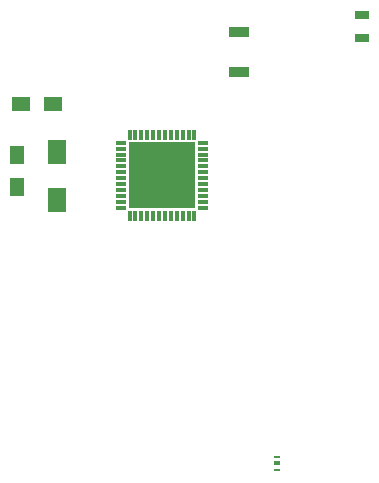
<source format=gtp>
G04 #@! TF.GenerationSoftware,KiCad,Pcbnew,5.1.6-c6e7f7d~87~ubuntu18.04.1*
G04 #@! TF.CreationDate,2020-08-15T23:02:31+05:30*
G04 #@! TF.ProjectId,stm32wb_Dev_v1,73746d33-3277-4625-9f44-65765f76312e,rev?*
G04 #@! TF.SameCoordinates,Original*
G04 #@! TF.FileFunction,Paste,Top*
G04 #@! TF.FilePolarity,Positive*
%FSLAX46Y46*%
G04 Gerber Fmt 4.6, Leading zero omitted, Abs format (unit mm)*
G04 Created by KiCad (PCBNEW 5.1.6-c6e7f7d~87~ubuntu18.04.1) date 2020-08-15 23:02:31*
%MOMM*%
%LPD*%
G01*
G04 APERTURE LIST*
%ADD10R,0.600000X0.400000*%
%ADD11R,0.550000X0.250000*%
%ADD12R,0.300000X0.850000*%
%ADD13R,0.850000X0.300000*%
%ADD14R,5.700000X5.700000*%
%ADD15R,1.600000X2.000000*%
%ADD16R,1.300000X1.500000*%
%ADD17R,1.500000X1.300000*%
%ADD18R,1.300000X0.700000*%
%ADD19R,1.700000X0.900000*%
G04 APERTURE END LIST*
D10*
X118001000Y-87748100D03*
D11*
X118001000Y-88303100D03*
X118001000Y-87193100D03*
D12*
X111056000Y-59897600D03*
X110556000Y-59897600D03*
X110056000Y-59897600D03*
X109556000Y-59897600D03*
X109056000Y-59897600D03*
X108556000Y-59897600D03*
X108056000Y-59897600D03*
X107556000Y-59897600D03*
X107056000Y-59897600D03*
X106556000Y-59897600D03*
X106056000Y-59897600D03*
X105556000Y-59897600D03*
D13*
X104856000Y-60597600D03*
X104856000Y-61097600D03*
X104856000Y-61597600D03*
X104856000Y-62097600D03*
X104856000Y-62597600D03*
X104856000Y-63097600D03*
X104856000Y-63597600D03*
X104856000Y-64097600D03*
X104856000Y-64597600D03*
X104856000Y-65097600D03*
X104856000Y-65597600D03*
X104856000Y-66097600D03*
D12*
X105556000Y-66797600D03*
X106056000Y-66797600D03*
X106556000Y-66797600D03*
X107056000Y-66797600D03*
X107556000Y-66797600D03*
X108056000Y-66797600D03*
X108556000Y-66797600D03*
X109056000Y-66797600D03*
X109556000Y-66797600D03*
X110056000Y-66797600D03*
X110556000Y-66797600D03*
X111056000Y-66797600D03*
D13*
X111756000Y-66097600D03*
X111756000Y-65597600D03*
X111756000Y-65097600D03*
X111756000Y-64597600D03*
X111756000Y-64097600D03*
X111756000Y-63597600D03*
X111756000Y-63097600D03*
X111756000Y-62597600D03*
X111756000Y-62097600D03*
X111756000Y-61597600D03*
X111756000Y-61097600D03*
X111756000Y-60597600D03*
D14*
X108306000Y-63347600D03*
D15*
X99402900Y-61405000D03*
X99402900Y-65405000D03*
D16*
X96004400Y-64307700D03*
X96004400Y-61607700D03*
D17*
X96398100Y-57355700D03*
X99098100Y-57355700D03*
D18*
X125263000Y-51704300D03*
X125263000Y-49804300D03*
D19*
X114828000Y-51207500D03*
X114828000Y-54607500D03*
M02*

</source>
